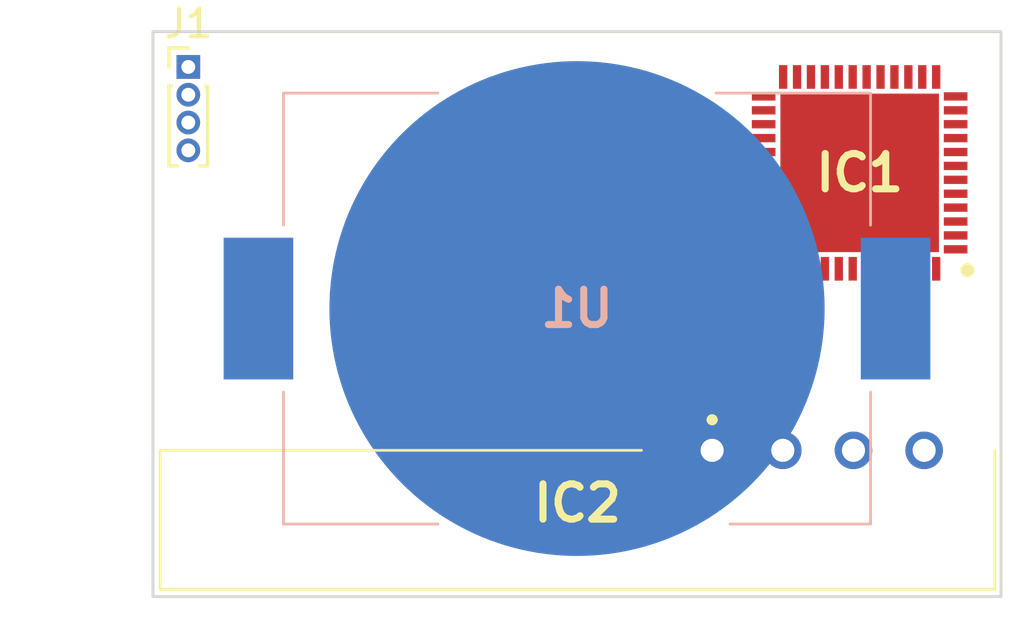
<source format=kicad_pcb>
(kicad_pcb (version 20211014) (generator pcbnew)
  (layers (0 "F.Cu" signal) (31 "B.Cu" signal) (34 "B.Paste" user) (35 "F.Paste" user) (36 "B.SilkS" user "B.Silkscreen") (37 "F.SilkS" user "F.Silkscreen") (38 "B.Mask" user) (39 "F.Mask" user) (44 "Edge.Cuts" user))
  (net 0 "")
  (net 32 "Net-(IC1-Pad32)")
  (net 43 "Net-(IC1-Pad45)")
  (net 49 "Net-(IC2-Pad4)")
  (net 51 "Net-(IC1-Pad39)")
  (net 52 "Net-(IC1-Pad41)")
  (footprint "Connector_PinHeader_1.00mm:PinHeader_1x04_P1.00mm_Vertical" (layer "F.Cu") (at 158.75 86.36)
    (fp_text reference "J1" (at 0 -1.56) (layer "F.SilkS"))
    (fp_text value "Conn_01x04_Male")
    (fp_line (start -0.695 -0.685) (end 0 -0.685) (layer "F.SilkS") (width 0.12))
    (fp_line (start 0.695 0.685) (end 0.695 3.56) (layer "F.SilkS") (width 0.12))
    (fp_line (start 0.608276 0.685) (end 0.695 0.685) (layer "F.SilkS") (width 0.12))
    (fp_line (start -0.695 0) (end -0.695 -0.685) (layer "F.SilkS") (width 0.12))
    (fp_line (start -0.695 0.685) (end -0.608276 0.685) (layer "F.SilkS") (width 0.12))
    (fp_line (start -0.695 3.56) (end -0.394493 3.56) (layer "F.SilkS") (width 0.12))
    (fp_line (start -0.695 0.685) (end -0.695 3.56) (layer "F.SilkS") (width 0.12))
    (fp_line (start 0.394493 3.56) (end 0.695 3.56) (layer "F.SilkS") (width 0.12))
    (pad "1" thru_hole rect (at 0 0) (size 0.85 0.85) (drill 0.5) (layers *.Cu *.Mask) (net 32 "Net-(IC1-Pad32)"))
    (pad "2" thru_hole oval (at 0 1) (size 0.85 0.85) (drill 0.5) (layers *.Cu *.Mask) (net 52 "Net-(IC1-Pad41)"))
    (pad "3" thru_hole oval (at 0 2) (size 0.85 0.85) (drill 0.5) (layers *.Cu *.Mask) (net 49 "Net-(IC2-Pad4)"))
    (pad "4" thru_hole oval (at 0 3) (size 0.85 0.85) (drill 0.5) (layers *.Cu *.Mask) (net 51 "Net-(IC1-Pad39)"))
  )
  (footprint "SamacSys_Parts:QAMRX10433" (layer "F.Cu") (at 177.577662 100.151352)
    (fp_text reference "IC2" (at -4.84 1.9) (layer "F.SilkS") (effects (font (size 1.27 1.27) (thickness 0.254))))
    (fp_text value "QAM-RX10-433" hide)
    (fp_line (start -19.84 0) (end -19.84 5) (layer "F.SilkS") (width 0.1))
    (fp_line (start -2.54 0) (end -19.84 0) (layer "F.SilkS") (width 0.1))
    (fp_line (start -0.1 -1.1) (end -0.1 -1.1) (layer "F.SilkS") (width 0.2))
    (fp_line (start 10.16 5) (end 10.16 0) (layer "F.SilkS") (width 0.1))
    (fp_line (start -19.84 5) (end 10.16 5) (layer "F.SilkS") (width 0.1))
    (fp_line (start 0.1 -1.1) (end 0.1 -1.1) (layer "F.SilkS") (width 0.2))
    (fp_arc (start 0.1 -1.1) (mid 0 -1) (end -0.1 -1.1) (layer "F.SilkS") (width 0.2))
    (fp_arc (start -0.1 -1.1) (mid 0 -1.2) (end 0.1 -1.1) (layer "F.SilkS") (width 0.2))
    (pad "1" thru_hole circle locked (at 0 0) (size 1.349 1.349) (drill 0.83) (layers *.Cu *.Mask) (net 32 "Net-(IC1-Pad32)"))
    (pad "2" thru_hole circle locked (at 2.54 0) (size 1.349 1.349) (drill 0.83) (layers *.Cu *.Mask) (net 43 "Net-(IC1-Pad45)"))
    (pad "3" thru_hole circle locked (at 5.08 0) (size 1.349 1.349) (drill 0.83) (layers *.Cu *.Mask))
    (pad "4" thru_hole circle locked (at 7.62 0) (size 1.349 1.349) (drill 0.83) (layers *.Cu *.Mask) (net 49 "Net-(IC2-Pad4)"))
  )
  (footprint "SamacSys_Parts:QFN50P700X700X60-49N-D" (layer "F.Cu") (at 182.88 90.17 180)
    (fp_text reference "IC1" (at 0 0 180) (layer "F.SilkS") (effects (font (size 1.27 1.27) (thickness 0.254))))
    (fp_text value "STM32WB30CEU5A" hide)
    (fp_circle (center -3.875 -3.5) (end -3.875 -3.375) (layer "F.SilkS") (width 0.25) (fill none))
    (pad "1" smd rect locked (at -3.45 -2.75 270) (size 0.3 0.85) (layers "F.Cu" "F.Paste" "F.Mask"))
    (pad "2" smd rect locked (at -3.45 -2.25 270) (size 0.3 0.85) (layers "F.Cu" "F.Paste" "F.Mask"))
    (pad "3" smd rect locked (at -3.45 -1.75 270) (size 0.3 0.85) (layers "F.Cu" "F.Paste" "F.Mask"))
    (pad "4" smd rect locked (at -3.45 -1.25 270) (size 0.3 0.85) (layers "F.Cu" "F.Paste" "F.Mask"))
    (pad "5" smd rect locked (at -3.45 -0.75 270) (size 0.3 0.85) (layers "F.Cu" "F.Paste" "F.Mask"))
    (pad "6" smd rect locked (at -3.45 -0.25 270) (size 0.3 0.85) (layers "F.Cu" "F.Paste" "F.Mask"))
    (pad "7" smd rect locked (at -3.45 0.25 270) (size 0.3 0.85) (layers "F.Cu" "F.Paste" "F.Mask"))
    (pad "8" smd rect locked (at -3.45 0.75 270) (size 0.3 0.85) (layers "F.Cu" "F.Paste" "F.Mask"))
    (pad "9" smd rect locked (at -3.45 1.25 270) (size 0.3 0.85) (layers "F.Cu" "F.Paste" "F.Mask"))
    (pad "10" smd rect locked (at -3.45 1.75 270) (size 0.3 0.85) (layers "F.Cu" "F.Paste" "F.Mask"))
    (pad "11" smd rect locked (at -3.45 2.25 270) (size 0.3 0.85) (layers "F.Cu" "F.Paste" "F.Mask"))
    (pad "12" smd rect locked (at -3.45 2.75 270) (size 0.3 0.85) (layers "F.Cu" "F.Paste" "F.Mask"))
    (pad "13" smd rect locked (at -2.75 3.45 180) (size 0.3 0.85) (layers "F.Cu" "F.Paste" "F.Mask"))
    (pad "14" smd rect locked (at -2.25 3.45 180) (size 0.3 0.85) (layers "F.Cu" "F.Paste" "F.Mask"))
    (pad "15" smd rect locked (at -1.75 3.45 180) (size 0.3 0.85) (layers "F.Cu" "F.Paste" "F.Mask"))
    (pad "16" smd rect locked (at -1.25 3.45 180) (size 0.3 0.85) (layers "F.Cu" "F.Paste" "F.Mask"))
    (pad "17" smd rect locked (at -0.75 3.45 180) (size 0.3 0.85) (layers "F.Cu" "F.Paste" "F.Mask"))
    (pad "18" smd rect locked (at -0.25 3.45 180) (size 0.3 0.85) (layers "F.Cu" "F.Paste" "F.Mask"))
    (pad "19" smd rect locked (at 0.25 3.45 180) (size 0.3 0.85) (layers "F.Cu" "F.Paste" "F.Mask"))
    (pad "20" smd rect locked (at 0.75 3.45 180) (size 0.3 0.85) (layers "F.Cu" "F.Paste" "F.Mask"))
    (pad "21" smd rect locked (at 1.25 3.45 180) (size 0.3 0.85) (layers "F.Cu" "F.Paste" "F.Mask"))
    (pad "22" smd rect locked (at 1.75 3.45 180) (size 0.3 0.85) (layers "F.Cu" "F.Paste" "F.Mask"))
    (pad "23" smd rect locked (at 2.25 3.45 180) (size 0.3 0.85) (layers "F.Cu" "F.Paste" "F.Mask"))
    (pad "24" smd rect locked (at 2.75 3.45 180) (size 0.3 0.85) (layers "F.Cu" "F.Paste" "F.Mask"))
    (pad "25" smd rect locked (at 3.45 2.75 270) (size 0.3 0.85) (layers "F.Cu" "F.Paste" "F.Mask"))
    (pad "26" smd rect locked (at 3.45 2.25 270) (size 0.3 0.85) (layers "F.Cu" "F.Paste" "F.Mask"))
    (pad "27" smd rect locked (at 3.45 1.75 270) (size 0.3 0.85) (layers "F.Cu" "F.Paste" "F.Mask"))
    (pad "28" smd rect locked (at 3.45 1.25 270) (size 0.3 0.85) (layers "F.Cu" "F.Paste" "F.Mask"))
    (pad "29" smd rect locked (at 3.45 0.75 270) (size 0.3 0.85) (layers "F.Cu" "F.Paste" "F.Mask"))
    (pad "30" smd rect locked (at 3.45 0.25 270) (size 0.3 0.85) (layers "F.Cu" "F.Paste" "F.Mask"))
    (pad "31" smd rect locked (at 3.45 -0.25 270) (size 0.3 0.85) (layers "F.Cu" "F.Paste" "F.Mask"))
    (pad "32" smd rect locked (at 3.45 -0.75 270) (size 0.3 0.85) (layers "F.Cu" "F.Paste" "F.Mask") (net 32 "Net-(IC1-Pad32)"))
    (pad "33" smd rect locked (at 3.45 -1.25 270) (size 0.3 0.85) (layers "F.Cu" "F.Paste" "F.Mask"))
    (pad "34" smd rect locked (at 3.45 -1.75 270) (size 0.3 0.85) (layers "F.Cu" "F.Paste" "F.Mask"))
    (pad "35" smd rect locked (at 3.45 -2.25 270) (size 0.3 0.85) (layers "F.Cu" "F.Paste" "F.Mask"))
    (pad "36" smd rect locked (at 3.45 -2.75 270) (size 0.3 0.85) (layers "F.Cu" "F.Paste" "F.Mask"))
    (pad "37" smd rect locked (at 2.75 -3.45 180) (size 0.3 0.85) (layers "F.Cu" "F.Paste" "F.Mask"))
    (pad "38" smd rect locked (at 2.25 -3.45 180) (size 0.3 0.85) (layers "F.Cu" "F.Paste" "F.Mask"))
    (pad "39" smd rect locked (at 1.75 -3.45 180) (size 0.3 0.85) (layers "F.Cu" "F.Paste" "F.Mask") (net 51 "Net-(IC1-Pad39)"))
    (pad "40" smd rect locked (at 1.25 -3.45 180) (size 0.3 0.85) (layers "F.Cu" "F.Paste" "F.Mask"))
    (pad "41" smd rect locked (at 0.75 -3.45 180) (size 0.3 0.85) (layers "F.Cu" "F.Paste" "F.Mask") (net 52 "Net-(IC1-Pad41)"))
    (pad "42" smd rect locked (at 0.25 -3.45 180) (size 0.3 0.85) (layers "F.Cu" "F.Paste" "F.Mask"))
    (pad "43" smd rect locked (at -0.25 -3.45 180) (size 0.3 0.85) (layers "F.Cu" "F.Paste" "F.Mask"))
    (pad "44" smd rect locked (at -0.75 -3.45 180) (size 0.3 0.85) (layers "F.Cu" "F.Paste" "F.Mask"))
    (pad "45" smd rect locked (at -1.25 -3.45 180) (size 0.3 0.85) (layers "F.Cu" "F.Paste" "F.Mask") (net 43 "Net-(IC1-Pad45)"))
    (pad "46" smd rect locked (at -1.75 -3.45 180) (size 0.3 0.85) (layers "F.Cu" "F.Paste" "F.Mask"))
    (pad "47" smd rect locked (at -2.25 -3.45 180) (size 0.3 0.85) (layers "F.Cu" "F.Paste" "F.Mask"))
    (pad "48" smd rect locked (at -2.75 -3.45 180) (size 0.3 0.85) (layers "F.Cu" "F.Paste" "F.Mask"))
    (pad "49" smd rect locked (at 0 0 180) (size 5.7 5.7) (layers "F.Cu" "F.Paste" "F.Mask"))
  )
  (footprint "SamacSys_Parts:BATHLD001" (layer "B.Cu") (at 172.721144 95.050817 180)
    (fp_text reference "U1" (at 0 0) (layer "B.SilkS") (effects (font (size 1.27 1.27) (thickness 0.254)) (justify mirror)))
    (fp_text value "BAT-HLD-001" hide)
    (fp_line (start -10.55 -7.75) (end -5.5 -7.75) (layer "B.SilkS") (width 0.1))
    (fp_line (start -10.55 -3) (end -10.55 -7.75) (layer "B.SilkS") (width 0.1))
    (fp_line (start 10.55 -7.75) (end 10.55 -3) (layer "B.SilkS") (width 0.1))
    (fp_line (start -10.55 3) (end -10.55 7.75) (layer "B.SilkS") (width 0.1))
    (fp_line (start 5 -7.75) (end 10.55 -7.75) (layer "B.SilkS") (width 0.1))
    (fp_line (start 5 7.75) (end 10.55 7.75) (layer "B.SilkS") (width 0.1))
    (fp_line (start -10.55 7.75) (end -5 7.75) (layer "B.SilkS") (width 0.1))
    (fp_line (start 10.55 7.75) (end 10.55 3) (layer "B.SilkS") (width 0.1))
    (pad "1" smd rect locked (at 11.45 0 180) (size 2.5 5.1) (layers "B.Cu" "B.Paste" "B.Mask") (net 49 "Net-(IC2-Pad4)"))
    (pad "2" smd rect locked (at -11.45 0 180) (size 2.5 5.1) (layers "B.Cu" "B.Paste" "B.Mask"))
    (pad "3" smd circle locked (at 0 0 90) (size 17.8 17.8) (layers "B.Cu" "B.Paste" "B.Mask") (net 32 "Net-(IC1-Pad32)"))
  )
  (gr_rect (start 157.48 105.41) (end 187.96 85.09) (layer "Edge.Cuts") (width 0.1) (fill none))
)
</source>
